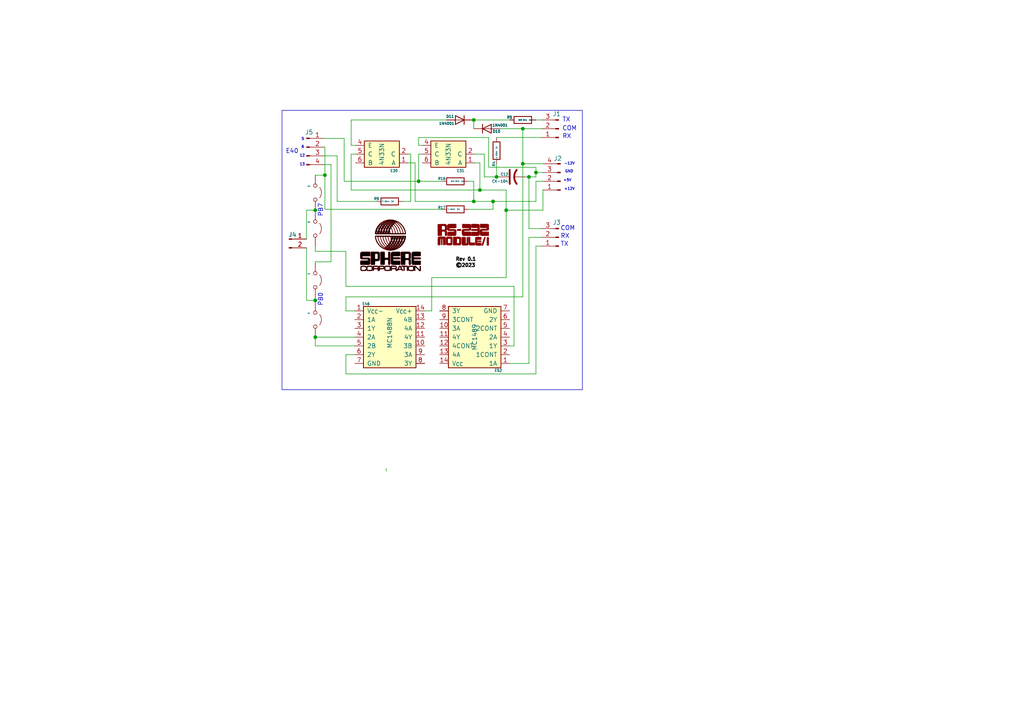
<source format=kicad_sch>
(kicad_sch (version 20230121) (generator eeschema)
  (paper "A4")
  (title_block (title "Sphere CPU/2 RS232 Module") (date "2023-05-10") (rev "0.1"))
  (lib_symbols
    (symbol "Conn_01x04_Pin_1" (pin_names (offset 1.016) hide)
      (property "Reference" "J" (at 0 5.08 0))
      (property "Value" "Conn_01x04_Pin" (at 0 -7.62 0))
      (symbol "Conn_01x04_Pin_1_1_1"
        (pin passive line (at 5.08 2.54 180) (length 3.81) (name "Pin_1") (number "1"))
        (pin passive line (at 5.08 0 180) (length 3.81) (name "Pin_2") (number "2"))
        (pin passive line (at 5.08 -2.54 180) (length 3.81) (name "Pin_3") (number "3"))
        (pin passive line (at 5.08 -5.08 180) (length 3.81) (name "Pin_4") (number "4"))
      )
    )
    (symbol "Connector:Conn_01x04_Pin" (pin_names (offset 1.016) hide)
      (property "Reference" "J" (at 0 5.08 0))
      (property "Value" "Conn_01x04_Pin" (at 0 -7.62 0))
      (symbol "Conn_01x04_Pin_1_1"
        (pin passive line (at 5.08 2.54 180) (length 3.81) (name "Pin_1") (number "1"))
        (pin passive line (at 5.08 0 180) (length 3.81) (name "Pin_2") (number "2"))
        (pin passive line (at 5.08 -2.54 180) (length 3.81) (name "Pin_3") (number "3"))
        (pin passive line (at 5.08 -5.08 180) (length 3.81) (name "Pin_4") (number "4"))
      )
    )
    (symbol "Sphere:1N4001" (pin_numbers hide) (pin_names hide)
      (property "Reference" "D" (at 0 2.54 0))
      (property "Value" "1N4001" (at 0 -2.54 0))
      (symbol "1N4001_1_1"
        (pin passive line (at -3.81 0 0) (length 2.54) (name "K") (number "1"))
        (pin passive line (at 3.81 0 180) (length 2.54) (name "A") (number "2"))
      )
    )
    (symbol "Sphere:4N33N" (pin_names (offset 1.016))
      (property "Reference" "E?" (at -5.0292 10.16 0))
      (property "Value" "4N33N" (at 0 5.08 90))
      (symbol "4N33N_1_1"
        (pin input line (at -8.89 7.62 0) (length 2.54) (name "A") (number "1"))
        (pin output line (at -8.89 5.08 0) (length 2.54) (name "C") (number "2"))
        (pin no_connect line (at -8.89 2.54 0) (length 2.54) hide (name "N/C") (number "3"))
        (pin output line (at 6.35 2.54 180) (length 2.54) (name "E") (number "4"))
        (pin bidirectional line (at 6.35 5.08 180) (length 2.54) (name "C") (number "5"))
        (pin input line (at 6.35 7.62 180) (length 2.54) (name "B") (number "6"))
      )
    )
    (symbol "Sphere:CK-104" (pin_numbers hide) (pin_names (offset 0.254) hide)
      (property "Reference" "C" (at 0.635 2.54 0))
      (property "Value" "CK-104" (at 0.635 -2.54 0))
      (symbol "CK-104_1_1"
        (pin passive line (at 0 3.81 270) (length 2.794) (name "~") (number "1"))
        (pin passive line (at 0 -3.81 90) (length 3.302) (name "~") (number "2"))
      )
    )
    (symbol "Sphere:Conn_01x02_Pin" (pin_names (offset 1.016) hide)
      (property "Reference" "J" (at 0 2.54 0))
      (property "Value" "Conn_01x02_Pin" (at 0 -5.08 0))
      (symbol "Conn_01x02_Pin_1_1"
        (pin passive line (at 5.08 0 180) (length 3.81) (name "Pin_1") (number "1"))
        (pin passive line (at 5.08 -2.54 180) (length 3.81) (name "Pin_2") (number "2"))
      )
    )
    (symbol "Sphere:Conn_01x03_Pin" (pin_names (offset 1.016) hide)
      (property "Reference" "J" (at 0 5.08 0))
      (property "Value" "Conn_01x03_Pin" (at 0 -5.08 0))
      (symbol "Conn_01x03_Pin_1_1"
        (pin passive line (at 5.08 2.54 180) (length 3.81) (name "Pin_1") (number "1"))
        (pin passive line (at 5.08 0 180) (length 3.81) (name "Pin_2") (number "2"))
        (pin passive line (at 5.08 -2.54 180) (length 3.81) (name "Pin_3") (number "3"))
      )
    )
    (symbol "Sphere:GRAPHICS-LOGO" (pin_names (offset 1.016)))
    (symbol "Sphere:GRAPHICS-RS232-MODULE/1-LOGO" (pin_names (offset 1.016)))
    (symbol "Sphere:Jumper_Open" (pin_names (offset 0) hide)
      (property "Reference" "JP" (at 0 2.794 0))
      (property "Value" "Jumper_Open" (at 0 -2.286 0))
      (symbol "Jumper_Open_1_1"
        (pin passive line (at -5.08 0 0) (length 2.54) (name "") (number ""))
        (pin passive line (at 5.08 0 180) (length 2.54) (name "") (number ""))
      )
    )
    (symbol "Sphere:MC1488N" (pin_names (offset 1.016))
      (property "Reference" "E?" (at -6.2992 10.16 0))
      (property "Value" "MC1488N" (at 0 0 90))
      (symbol "MC1488N_1_0"
        (pin output line (at 10.16 -7.62 180) (length 2.54) (name "") (number ""))
      )
      (symbol "MC1488N_1_1"
        (pin power_in line (at -10.16 7.62 0) (length 2.54) (name "V_{CC}-") (number "1"))
        (pin input line (at 10.16 -2.54 180) (length 2.54) (name "3B") (number "10"))
        (pin output line (at 10.16 0 180) (length 2.54) (name "4Y") (number "11"))
        (pin input line (at 10.16 2.54 180) (length 2.54) (name "4A") (number "12"))
        (pin output line (at 10.16 5.08 180) (length 2.54) (name "4B") (number "13"))
        (pin power_in line (at 10.16 7.62 180) (length 2.54) (name "V_{CC}+") (number "14"))
        (pin input line (at -10.16 5.08 0) (length 2.54) (name "1A") (number "2"))
        (pin output line (at -10.16 2.54 0) (length 2.54) (name "1Y") (number "3"))
        (pin input line (at -10.16 0 0) (length 2.54) (name "2A") (number "4"))
        (pin input line (at -10.16 -2.54 0) (length 2.54) (name "2B") (number "5"))
        (pin output line (at -10.16 -5.08 0) (length 2.54) (name "2Y") (number "6"))
        (pin passive line (at -10.16 -7.62 0) (length 2.54) (name "GND") (number "7"))
        (pin output line (at 10.16 -7.62 180) (length 2.54) (name "3Y") (number "8"))
        (pin input line (at 10.16 -5.08 180) (length 2.54) (name "3A") (number "9"))
      )
    )
    (symbol "Sphere:MC1489" (pin_names (offset 1.016))
      (property "Reference" "E?" (at -6.2992 10.16 0))
      (property "Value" "MC1489" (at 0 0 90))
      (symbol "MC1489_1_0"
        (pin output line (at 10.16 -7.62 180) (length 2.54) (name "") (number ""))
      )
      (symbol "MC1489_1_1"
        (pin input line (at -10.16 7.62 0) (length 2.54) (name "1A") (number "1"))
        (pin input line (at 10.16 -2.54 180) (length 2.54) (name "3A") (number "10"))
        (pin output line (at 10.16 0 180) (length 2.54) (name "4Y") (number "11"))
        (pin input line (at 10.16 2.54 180) (length 2.54) (name "4CONT") (number "12"))
        (pin input line (at 10.16 5.08 180) (length 2.54) (name "4A") (number "13"))
        (pin power_in line (at 10.16 7.62 180) (length 2.54) (name "V_{CC}") (number "14"))
        (pin input line (at -10.16 5.08 0) (length 2.54) (name "1CONT") (number "2"))
        (pin output line (at -10.16 2.54 0) (length 2.54) (name "1Y") (number "3"))
        (pin input line (at -10.16 0 0) (length 2.54) (name "2A") (number "4"))
        (pin input line (at -10.16 -2.54 0) (length 2.54) (name "2CONT") (number "5"))
        (pin output line (at -10.16 -5.08 0) (length 2.54) (name "2Y") (number "6"))
        (pin passive line (at -10.16 -7.62 0) (length 2.54) (name "GND") (number "7"))
        (pin output line (at 10.16 -7.62 180) (length 2.54) (name "3Y") (number "8"))
        (pin input line (at 10.16 -5.08 180) (length 2.54) (name "3CONT") (number "9"))
      )
    )
    (symbol "Sphere:RC07GF102" (pin_numbers hide) (pin_names (offset 0))
      (property "Reference" "R" (at 2.032 0 90))
      (property "Value" "1 kOhm  ¼W" (at 0 0 90))
      (symbol "RC07GF102_1_1"
        (pin passive line (at 0 3.81 270) (length 1.27) (name "~") (number "1"))
        (pin passive line (at 0 -3.81 90) (length 1.27) (name "~") (number "2"))
      )
    )
    (symbol "Sphere:RC07GF202" (pin_numbers hide) (pin_names (offset 0))
      (property "Reference" "R" (at 2.032 0 90))
      (property "Value" "2 kOhm  ¼W" (at 0 0 90))
      (symbol "RC07GF202_1_1"
        (pin passive line (at 0 3.81 270) (length 1.27) (name "~") (number "1"))
        (pin passive line (at 0 -3.81 90) (length 1.27) (name "~") (number "2"))
      )
    )
    (symbol "Sphere:RC07GF511" (pin_numbers hide) (pin_names (offset 0))
      (property "Reference" "R" (at 2.032 0 90))
      (property "Value" "512 Ohm  ¼W" (at 0 0 90))
      (symbol "RC07GF511_1_1"
        (pin passive line (at 0 3.81 270) (length 1.27) (name "~") (number "1"))
        (pin passive line (at 0 -3.81 90) (length 1.27) (name "~") (number "2"))
      )
    )
    (symbol "Sphere:RC32GF112" (pin_numbers hide) (pin_names (offset 0))
      (property "Reference" "R" (at 2.032 0 90))
      (property "Value" "1.1 kOhm  1W" (at 0 0 90))
      (symbol "RC32GF112_1_1"
        (pin passive line (at 0 3.81 270) (length 1.27) (name "~") (number "1"))
        (pin passive line (at 0 -3.81 90) (length 1.27) (name "~") (number "2"))
      )
    )
    (symbol "Sphere:RC32GF821" (pin_numbers hide) (pin_names (offset 0))
      (property "Reference" "R" (at 2.032 0 90))
      (property "Value" "820 Ohm  1W" (at 0 0 90))
      (symbol "RC32GF821_1_1"
        (pin passive line (at 0 3.81 270) (length 1.27) (name "~") (number "1"))
        (pin passive line (at 0 -3.81 90) (length 1.27) (name "~") (number "2"))
      )
    )
  )
  (junction (at 91.44 60.96))
  (junction (at 143.002 58.42))
  (junction (at 144.018 51.308))
  (junction (at 137.414 58.42))
  (junction (at 91.44 87.122))
  (junction (at 139.192 55.118))
  (junction (at 151.638 37.338))
  (junction (at 151.638 47.498))
  (junction (at 146.812 60.96))
  (junction (at 91.44 97.79))
  (junction (at 137.414 34.798))
  (junction (at 153.416 51.308))
  (junction (at 94.234 50.8))
  (junction (at 155.448 50.038))
  (junction (at 121.412 52.578))
  (wire (pts (xy 120.396 58.42) (xy 137.414 58.42)))
  (wire (pts (xy 155.448 52.578) (xy 155.448 58.42)))
  (wire (pts (xy 140.462 51.308) (xy 144.018 51.308)))
  (wire (pts (xy 88.9 60.96) (xy 91.44 60.96)))
  (wire (pts (xy 141.732 39.878) (xy 141.732 48.514)))
  (wire (pts (xy 153.416 68.834) (xy 153.416 105.41)))
  (wire (pts (xy 137.414 34.798) (xy 147.828 34.798)))
  (wire (pts (xy 91.44 87.122) (xy 88.9 87.122)))
  (wire (pts (xy 100.33 72.898) (xy 91.44 72.898)))
  (wire (pts (xy 91.44 97.79) (xy 102.87 97.79)))
  (wire (pts (xy 94.234 60.706) (xy 128.27 60.706)))
  (wire (pts (xy 101.854 44.704) (xy 101.854 55.118)))
  (wire (pts (xy 97.79 58.42) (xy 109.22 58.42)))
  (wire (pts (xy 101.854 34.798) (xy 129.54 34.798)))
  (wire (pts (xy 139.192 47.244) (xy 139.192 55.118)))
  (wire (pts (xy 137.668 44.704) (xy 140.462 44.704)))
  (wire (pts (xy 93.98 47.752) (xy 96.012 47.752)))
  (wire (pts (xy 146.812 60.96) (xy 146.812 80.518)))
  (wire (pts (xy 153.416 51.308) (xy 153.416 66.294)))
  (wire (pts (xy 137.414 52.578) (xy 135.89 52.578)))
  (wire (pts (xy 137.668 47.244) (xy 139.192 47.244)))
  (wire (pts (xy 155.448 34.798) (xy 156.972 34.798)))
  (wire (pts (xy 155.448 51.308) (xy 155.448 50.038)))
  (wire (pts (xy 144.018 47.498) (xy 144.018 51.308)))
  (wire (pts (xy 122.428 44.704) (xy 121.412 44.704)))
  (wire (pts (xy 100.33 86.106) (xy 151.638 86.106)))
  (wire (pts (xy 100.33 83.058) (xy 100.33 72.898)))
  (wire (pts (xy 153.416 51.308) (xy 155.448 51.308)))
  (wire (pts (xy 123.19 90.17) (xy 125.222 90.17)))
  (wire (pts (xy 121.412 52.578) (xy 128.27 52.578)))
  (wire (pts (xy 121.412 52.578) (xy 99.822 52.578)))
  (wire (pts (xy 93.98 45.212) (xy 97.79 45.212)))
  (wire (pts (xy 151.638 86.106) (xy 151.638 47.498)))
  (wire (pts (xy 91.44 71.374) (xy 91.44 72.898)))
  (wire (pts (xy 94.234 50.8) (xy 94.234 42.672)))
  (wire (pts (xy 151.638 47.498) (xy 157.48 47.498)))
  (wire (pts (xy 151.638 37.338) (xy 156.972 37.338)))
  (wire (pts (xy 121.412 44.704) (xy 121.412 52.578)))
  (wire (pts (xy 94.234 50.8) (xy 91.44 50.8)))
  (wire (pts (xy 155.448 48.514) (xy 155.448 50.038)))
  (wire (pts (xy 137.414 34.798) (xy 137.414 37.338)))
  (wire (pts (xy 144.018 39.878) (xy 156.972 39.878)))
  (wire (pts (xy 100.33 90.17) (xy 100.33 86.106)))
  (wire (pts (xy 91.44 75.946) (xy 96.012 75.946)))
  (wire (pts (xy 91.44 97.79) (xy 91.44 100.33)))
  (wire (pts (xy 137.16 34.798) (xy 137.414 34.798)))
  (wire (pts (xy 155.448 71.374) (xy 156.972 71.374)))
  (wire (pts (xy 140.462 44.704) (xy 140.462 51.308)))
  (wire (pts (xy 118.364 44.704) (xy 119.126 44.704)))
  (wire (pts (xy 101.854 34.798) (xy 101.854 42.164)))
  (wire (pts (xy 91.44 100.33) (xy 102.87 100.33)))
  (wire (pts (xy 102.87 102.87) (xy 100.33 102.87)))
  (wire (pts (xy 91.44 87.122) (xy 91.44 86.36)))
  (wire (pts (xy 93.98 40.132) (xy 99.822 40.132)))
  (wire (pts (xy 121.412 42.164) (xy 121.412 39.878)))
  (wire (pts (xy 157.48 55.118) (xy 157.48 60.96)))
  (wire (pts (xy 135.89 60.706) (xy 143.002 60.706)))
  (wire (pts (xy 91.44 75.946) (xy 91.44 76.2)))
  (wire (pts (xy 103.124 44.704) (xy 101.854 44.704)))
  (wire (pts (xy 143.002 60.706) (xy 143.002 58.42)))
  (wire (pts (xy 120.396 47.244) (xy 120.396 58.42)))
  (wire (pts (xy 139.192 55.118) (xy 146.812 55.118)))
  (wire (pts (xy 155.448 52.578) (xy 157.48 52.578)))
  (wire (pts (xy 118.364 47.244) (xy 120.396 47.244)))
  (wire (pts (xy 93.98 42.672) (xy 94.234 42.672)))
  (wire (pts (xy 155.448 50.038) (xy 157.48 50.038)))
  (wire (pts (xy 125.222 90.17) (xy 125.222 80.518)))
  (wire (pts (xy 152.4 51.308) (xy 153.416 51.308)))
  (wire (pts (xy 153.416 105.41) (xy 147.828 105.41)))
  (wire (pts (xy 144.018 51.308) (xy 144.78 51.308)))
  (wire (pts (xy 137.414 58.42) (xy 143.002 58.42)))
  (wire (pts (xy 88.9 60.96) (xy 88.9 69.342)))
  (wire (pts (xy 153.416 68.834) (xy 156.972 68.834)))
  (wire (pts (xy 112.014 135.89) (xy 112.014 136.652)))
  (wire (pts (xy 100.33 90.17) (xy 102.87 90.17)))
  (wire (pts (xy 101.854 42.164) (xy 103.124 42.164)))
  (wire (pts (xy 88.9 71.882) (xy 88.9 87.122)))
  (wire (pts (xy 153.416 66.294) (xy 156.972 66.294)))
  (wire (pts (xy 100.33 102.87) (xy 100.33 108.458)))
  (wire (pts (xy 149.098 100.33) (xy 149.098 83.058)))
  (wire (pts (xy 99.822 52.578) (xy 99.822 40.132)))
  (wire (pts (xy 151.638 37.338) (xy 151.638 47.498)))
  (wire (pts (xy 121.412 39.878) (xy 141.732 39.878)))
  (wire (pts (xy 146.812 55.118) (xy 146.812 60.96)))
  (wire (pts (xy 97.79 58.42) (xy 97.79 45.212)))
  (wire (pts (xy 149.098 83.058) (xy 100.33 83.058)))
  (wire (pts (xy 101.854 55.118) (xy 139.192 55.118)))
  (wire (pts (xy 94.234 60.706) (xy 94.234 50.8)))
  (wire (pts (xy 145.034 37.338) (xy 151.638 37.338)))
  (wire (pts (xy 141.732 48.514) (xy 155.448 48.514)))
  (wire (pts (xy 125.222 80.518) (xy 146.812 80.518)))
  (wire (pts (xy 137.414 52.578) (xy 137.414 58.42)))
  (wire (pts (xy 143.002 58.42) (xy 155.448 58.42)))
  (wire (pts (xy 146.812 60.96) (xy 157.48 60.96)))
  (wire (pts (xy 122.428 42.164) (xy 121.412 42.164)))
  (wire (pts (xy 119.126 44.704) (xy 119.126 58.42)))
  (wire (pts (xy 100.33 108.458) (xy 155.448 108.458)))
  (wire (pts (xy 147.828 100.33) (xy 149.098 100.33)))
  (wire (pts (xy 91.44 60.96) (xy 91.44 61.214)))
  (wire (pts (xy 119.126 58.42) (xy 116.84 58.42)))
  (wire (pts (xy 155.448 108.458) (xy 155.448 71.374)))
  (wire (pts (xy 91.44 87.63) (xy 91.44 87.122)))
  (wire (pts (xy 96.012 75.946) (xy 96.012 47.752)))
  (rectangle (start 81.788 32.004) (end 168.91 113.03))
  (text "TX" (at 162.56 71.628 0) (effects (font (size 1.27 1.27)) (justify left bottom)))
  (text "E40" (at 86.614 44.704 0) (effects (font (size 1.27 1.27)) (justify right bottom)))
  (text "RX" (at 163.068 40.386 0) (effects (font (size 1.27 1.27)) (justify left bottom)))
  (text "PB7" (at 93.726 62.992 90) (effects (font (size 1.27 1.27)) (justify left bottom)))
  (text "12" (at 86.868 45.72 0) (effects (font (size 0.75 0.75)) (justify left bottom)))
  (text "COM" (at 162.56 67.056 0) (effects (font (size 1.27 1.27)) (justify left bottom)))
  (text "COM" (at 163.068 38.1 0) (effects (font (size 1.27 1.27)) (justify left bottom)))
  (text "TX" (at 163.068 35.56 0) (effects (font (size 1.27 1.27)) (justify left bottom)))
  (text "6" (at 87.376 43.18 0) (effects (font (size 0.75 0.75)) (justify left bottom)))
  (text "GND" (at 163.83 50.292 0) (effects (font (size 0.75 0.75)) (justify left bottom)))
  (text "+12V" (at 163.576 55.372 0) (effects (font (size 0.75 0.75)) (justify left bottom)))
  (text "-12V" (at 163.576 48.006 0) (effects (font (size 0.75 0.75)) (justify left bottom)))
  (text "5" (at 87.376 40.894 0) (effects (font (size 0.75 0.75)) (justify left bottom)))
  (text "RX" (at 162.56 69.342 0) (effects (font (size 1.27 1.27)) (justify left bottom)))
  (text "13" (at 86.868 48.26 0) (effects (font (size 0.75 0.75)) (justify left bottom)))
  (text "Rev 0.1" (at 132.08 75.946 0) (effects (font (size 1 1) (thickness 0.5) bold) (justify left bottom)))
  (text "©2023" (at 132.08 77.724 0) (effects (font (size 1 1) (thickness 0.5) bold) (justify left bottom)))
  (text "+5V" (at 163.322 52.832 0) (effects (font (size 0.75 0.75)) (justify left bottom)))
  (text "PB0" (at 93.726 88.9 90) (effects (font (size 1.27 1.27)) (justify left bottom)))
  (symbol (lib_id "Sphere:Jumper_Open") (at 91.44 66.294 270) (unit 1)
    (property "Reference" "TSC3" (effects hide))
    (property "Value" "~" (at 90.17 64.389 90) (effects (justify right)))
    (property "Footprint" "Connector_PinHeader_1.00mm:PinHeader_1x02_P1.00mm_Vertical" (effects hide))
  )
  (symbol (lib_id "Sphere:RC32GF821") (at 151.638 34.798 90) (unit 1)
    (property "Reference" "R5" (at 148.59 34.036 90) (effects (font (size 0.75 0.75)) (justify left)))
    (property "Value" "820 Ohm  1W" (at 154.178 34.798 90) (effects (font (size 0.36 0.36)) (justify left)))
    (property "Footprint" "Resistor_THT:R_Axial_DIN0204_L3.6mm_D1.6mm_P7.62mm_Horizontal" (effects hide))
  )
  (symbol (lib_id "Sphere:Conn_01x03_Pin") (at 162.052 68.834 180) (unit 1)
    (property "Reference" "J3" (at 160.274 64.516 0) (effects (justify right)))
    (property "Value" "Conn_01x03_Pin" (effects hide))
    (property "Footprint" "Connector_PinHeader_1.00mm:PinHeader_1x03_P1.00mm_Vertical" (effects hide))
  )
  (symbol (lib_id "Connector:Conn_01x04_Pin") (at 88.9 42.672 0) (unit 1)
    (property "Reference" "J5" (at 89.662 38.354 0))
    (property "Value" "Conn_01x04_Pin" (effects hide))
    (property "Footprint" "Connector_PinHeader_1.00mm:PinHeader_1x04_P1.00mm_Vertical" (effects hide))
  )
  (symbol (lib_id "Sphere:1N4001") (at 133.35 34.798 180) (unit 1)
    (property "Reference" "D11" (at 130.556 33.782 0) (effects (font (size 0.75 0.75))))
    (property "Value" "1N4001" (at 129.54 35.814 0) (effects (font (size 0.75 0.75))))
    (property "Footprint" "Diode_THT:D_DO-41_SOD81_P10.16mm_Horizontal" (effects hide))
    (property "Datasheet" "http://www.vishay.com/docs/88503/1n4001.pdf" (effects hide))
    (property "Sim.Device" "D" (effects hide))
    (property "Sim.Pins" "1=K 2=A" (effects hide))
  )
  (symbol (lib_id "Sphere:RC07GF102") (at 132.08 60.706 90) (unit 1)
    (property "Reference" "R17" (at 129.286 60.198 90) (effects (font (size 0.75 0.75)) (justify left)))
    (property "Value" "1 kOhm  ¼W" (at 133.35 60.706 90) (effects (font (size 0.36 0.36)) (justify left)))
    (property "Footprint" "Resistor_THT:R_Axial_DIN0204_L3.6mm_D1.6mm_P7.62mm_Horizontal" (effects hide))
  )
  (symbol (lib_id "Sphere:MC1489") (at 137.668 97.79 180) (unit 1)
    (property "Reference" "E52" (at 144.526 107.442 0) (effects (font (size 0.75 0.75))))
    (property "Value" "MC1489" (at 137.668 97.79 90))
    (property "Footprint" "Package_DIP:DIP-14_W10.16mm" (effects hide))
  )
  (symbol (lib_id "Sphere:Jumper_Open") (at 91.44 92.71 270) (unit 1)
    (property "Reference" "TSC1" (effects hide))
    (property "Value" "~" (at 90.17 90.805 90) (effects (justify right)))
    (property "Footprint" "Connector_PinHeader_1.00mm:PinHeader_1x02_P1.00mm_Vertical" (effects hide))
  )
  (symbol (lib_id "Sphere:Jumper_Open") (at 91.44 81.28 270) (unit 1)
    (property "Reference" "TSC2" (effects hide))
    (property "Value" "~" (at 90.17 79.375 90) (effects (justify right)))
    (property "Footprint" "Connector_PinHeader_1.00mm:PinHeader_1x02_P1.00mm_Vertical" (effects hide))
  )
  (symbol (lib_id "Sphere:RC07GF511") (at 132.08 52.578 90) (unit 1)
    (property "Reference" "R16" (at 129.286 51.816 90) (effects (font (size 0.75 0.75)) (justify left)))
    (property "Value" "512 Ohm  ¼W" (at 134.62 52.578 90) (effects (font (size 0.36 0.36)) (justify left)))
    (property "Footprint" "Resistor_THT:R_Axial_DIN0204_L3.6mm_D1.6mm_P7.62mm_Horizontal" (effects hide))
  )
  (symbol (lib_id "Sphere:MC1488N") (at 113.03 97.79 0) (unit 1)
    (property "Reference" "E46" (at 106.172 88.138 0) (effects (font (size 0.75 0.75))))
    (property "Value" "MC1488N" (at 113.03 96.52 90))
    (property "Footprint" "Package_DIP:DIP-14_W10.16mm" (effects hide))
  )
  (symbol (lib_id "Sphere:RC07GF202") (at 113.03 58.42 90) (unit 1)
    (property "Reference" "R9" (at 109.982 57.658 90) (effects (font (size 0.75 0.75)) (justify left)))
    (property "Value" "2 kOhm  ¼W" (at 114.3 58.42 90) (effects (font (size 0.36 0.36)) (justify left)))
    (property "Footprint" "Resistor_THT:R_Axial_DIN0204_L3.6mm_D1.6mm_P7.62mm_Horizontal" (effects hide))
  )
  (symbol (lib_id "Sphere:4N33N") (at 128.778 39.624 180) (unit 1)
    (property "Reference" "E31" (at 133.604 49.53 0) (effects (font (size 0.75 0.75))))
    (property "Value" "4N33N" (at 130.048 44.704 90))
    (property "Footprint" "Package_DIP:DIP-6_W10.16mm" (effects hide))
  )
  (symbol (lib_id "Sphere:GRAPHICS-RS232-MODULE/1-LOGO") (at 134.366 68.072 0) (unit 1)
    (property "Reference" "#G2" (effects hide))
    (property "Value" "GRAPHICS-RS232-MODULE/1-LOGO" (effects hide))
  )
  (symbol (lib_id "Sphere:1N4001") (at 141.224 37.338 0) (unit 1)
    (property "Reference" "D10" (at 144.018 38.1 0) (effects (font (size 0.75 0.75))))
    (property "Value" "1N4001" (at 145.034 36.322 0) (effects (font (size 0.75 0.75))))
    (property "Footprint" "Diode_THT:D_DO-41_SOD81_P10.16mm_Horizontal" (effects hide))
    (property "Datasheet" "http://www.vishay.com/docs/88503/1n4001.pdf" (effects hide))
    (property "Sim.Device" "D" (effects hide))
    (property "Sim.Pins" "1=K 2=A" (effects hide))
  )
  (symbol (lib_id "Sphere:CK-104") (at 148.59 51.308 90) (unit 1)
    (property "Reference" "C12" (at 146.304 50.546 90) (effects (font (size 0.75 0.75))))
    (property "Value" "CK-104" (at 145.034 52.578 90) (effects (font (size 0.75 0.75))))
    (property "Footprint" "Capacitor_THT:CP_Axial_L10.0mm_D4.5mm_P15.00mm_Horizontal" (effects hide))
  )
  (symbol (lib_id "Sphere:4N33N") (at 109.474 39.624 180) (unit 1)
    (property "Reference" "E30" (at 114.3 49.53 0) (effects (font (size 0.75 0.75))))
    (property "Value" "4N33N" (at 110.744 44.704 90))
    (property "Footprint" "Package_DIP:DIP-6_W10.16mm" (effects hide))
  )
  (symbol (lib_id "Sphere:Jumper_Open") (at 91.44 55.88 270) (unit 1)
    (property "Reference" "TSC4" (effects hide))
    (property "Value" "~" (at 90.17 53.975 90) (effects (justify right)))
    (property "Footprint" "Connector_PinHeader_1.00mm:PinHeader_1x02_P1.00mm_Vertical" (effects hide))
  )
  (symbol (lib_id "Sphere:Conn_01x02_Pin") (at 83.82 69.342 0) (unit 1)
    (property "Reference" "J4" (at 84.836 68.072 0))
    (property "Value" "Conn_01x02_Pin" (effects hide))
    (property "Footprint" "Connector_PinHeader_1.00mm:PinHeader_1x02_P1.00mm_Vertical" (effects hide))
  )
  (symbol (lib_id "Sphere:RC32GF112") (at 144.018 43.688 180) (unit 1)
    (property "Reference" "R4" (at 143.256 46.736 90) (effects (font (size 0.75 0.75)) (justify left)))
    (property "Value" "1.1 kOhm  1W" (at 144.018 42.418 90) (effects (font (size 0.36 0.36)) (justify left)))
    (property "Footprint" "Resistor_THT:R_Axial_DIN0204_L3.6mm_D1.6mm_P7.62mm_Horizontal" (effects hide))
  )
  (symbol (lib_id "Sphere:GRAPHICS-LOGO") (at 113.284 71.12 0) (unit 1)
    (property "Reference" "#G1" (effects hide))
    (property "Value" "LOGO" (effects hide))
  )
  (symbol (lib_id "Sphere:Conn_01x03_Pin") (at 162.052 37.338 180) (unit 1)
    (property "Reference" "J1" (at 160.274 33.02 0) (effects (justify right)))
    (property "Value" "Conn_01x03_Pin" (effects hide))
    (property "Footprint" "Connector_PinHeader_1.00mm:PinHeader_1x03_P1.00mm_Vertical" (effects hide))
  )
  (symbol (lib_name "Conn_01x04_Pin_1") (lib_id "Connector:Conn_01x04_Pin") (at 162.56 52.578 180) (unit 1)
    (property "Reference" "J2" (at 161.798 45.974 0))
    (property "Value" "Conn_01x04_Pin" (effects hide))
    (property "Footprint" "Connector_PinHeader_1.00mm:PinHeader_1x04_P1.00mm_Vertical" (effects hide))
  )
)
</source>
